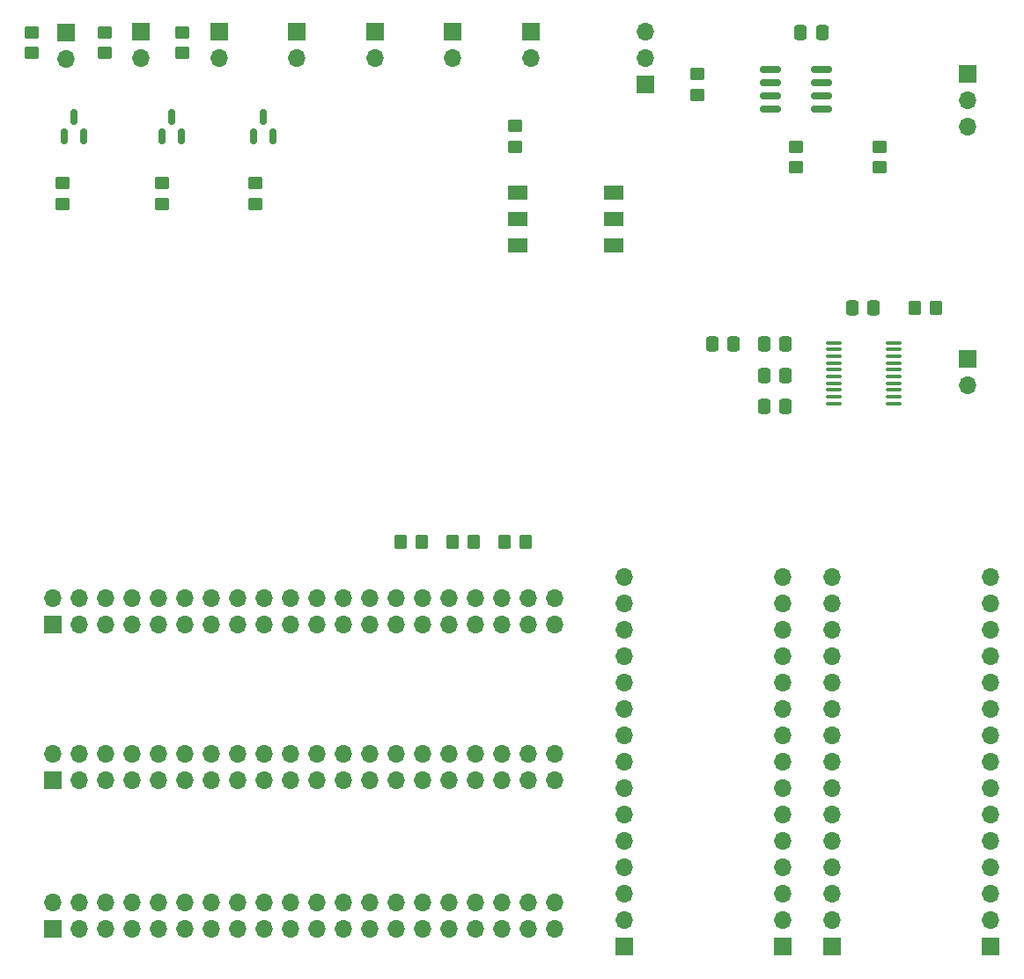
<source format=gts>
%TF.GenerationSoftware,KiCad,Pcbnew,(5.99.0-11144-gea0c162604)*%
%TF.CreationDate,2021-09-15T06:49:40-05:00*%
%TF.ProjectId,The-Force-V2,5468652d-466f-4726-9365-2d56322e6b69,rev?*%
%TF.SameCoordinates,Original*%
%TF.FileFunction,Soldermask,Top*%
%TF.FilePolarity,Negative*%
%FSLAX46Y46*%
G04 Gerber Fmt 4.6, Leading zero omitted, Abs format (unit mm)*
G04 Created by KiCad (PCBNEW (5.99.0-11144-gea0c162604)) date 2021-09-15 06:49:40*
%MOMM*%
%LPD*%
G01*
G04 APERTURE LIST*
G04 Aperture macros list*
%AMRoundRect*
0 Rectangle with rounded corners*
0 $1 Rounding radius*
0 $2 $3 $4 $5 $6 $7 $8 $9 X,Y pos of 4 corners*
0 Add a 4 corners polygon primitive as box body*
4,1,4,$2,$3,$4,$5,$6,$7,$8,$9,$2,$3,0*
0 Add four circle primitives for the rounded corners*
1,1,$1+$1,$2,$3*
1,1,$1+$1,$4,$5*
1,1,$1+$1,$6,$7*
1,1,$1+$1,$8,$9*
0 Add four rect primitives between the rounded corners*
20,1,$1+$1,$2,$3,$4,$5,0*
20,1,$1+$1,$4,$5,$6,$7,0*
20,1,$1+$1,$6,$7,$8,$9,0*
20,1,$1+$1,$8,$9,$2,$3,0*%
G04 Aperture macros list end*
%ADD10RoundRect,0.250000X0.450000X-0.350000X0.450000X0.350000X-0.450000X0.350000X-0.450000X-0.350000X0*%
%ADD11R,1.700000X1.700000*%
%ADD12O,1.700000X1.700000*%
%ADD13RoundRect,0.250000X-0.337500X-0.475000X0.337500X-0.475000X0.337500X0.475000X-0.337500X0.475000X0*%
%ADD14RoundRect,0.250000X-0.450000X0.350000X-0.450000X-0.350000X0.450000X-0.350000X0.450000X0.350000X0*%
%ADD15RoundRect,0.250000X0.337500X0.475000X-0.337500X0.475000X-0.337500X-0.475000X0.337500X-0.475000X0*%
%ADD16RoundRect,0.250000X-0.350000X-0.450000X0.350000X-0.450000X0.350000X0.450000X-0.350000X0.450000X0*%
%ADD17RoundRect,0.100000X-0.637500X-0.100000X0.637500X-0.100000X0.637500X0.100000X-0.637500X0.100000X0*%
%ADD18RoundRect,0.250000X0.350000X0.450000X-0.350000X0.450000X-0.350000X-0.450000X0.350000X-0.450000X0*%
%ADD19RoundRect,0.150000X0.150000X-0.587500X0.150000X0.587500X-0.150000X0.587500X-0.150000X-0.587500X0*%
%ADD20RoundRect,0.150000X-0.825000X-0.150000X0.825000X-0.150000X0.825000X0.150000X-0.825000X0.150000X0*%
%ADD21R,1.944599X1.345400*%
G04 APERTURE END LIST*
D10*
%TO.C,R5*%
X117500000Y-57000000D03*
X117500000Y-55000000D03*
%TD*%
D11*
%TO.C,J10*%
X162000000Y-60000000D03*
D12*
X162000000Y-57460000D03*
X162000000Y-54920000D03*
%TD*%
D11*
%TO.C,J17*%
X180000000Y-143000000D03*
D12*
X180000000Y-140460000D03*
X180000000Y-137920000D03*
X180000000Y-135380000D03*
X180000000Y-132840000D03*
X180000000Y-130300000D03*
X180000000Y-127760000D03*
X180000000Y-125220000D03*
X180000000Y-122680000D03*
X180000000Y-120140000D03*
X180000000Y-117600000D03*
X180000000Y-115060000D03*
X180000000Y-112520000D03*
X180000000Y-109980000D03*
X180000000Y-107440000D03*
%TD*%
D11*
%TO.C,J16*%
X175240000Y-143020000D03*
D12*
X175240000Y-140480000D03*
X175240000Y-137940000D03*
X175240000Y-135400000D03*
X175240000Y-132860000D03*
X175240000Y-130320000D03*
X175240000Y-127780000D03*
X175240000Y-125240000D03*
X175240000Y-122700000D03*
X175240000Y-120160000D03*
X175240000Y-117620000D03*
X175240000Y-115080000D03*
X175240000Y-112540000D03*
X175240000Y-110000000D03*
X175240000Y-107460000D03*
%TD*%
D13*
%TO.C,C1*%
X176925000Y-55000000D03*
X179000000Y-55000000D03*
%TD*%
D14*
%TO.C,R11*%
X167000000Y-59000000D03*
X167000000Y-61000000D03*
%TD*%
D10*
%TO.C,R2*%
X106000000Y-71500000D03*
X106000000Y-69500000D03*
%TD*%
D11*
%TO.C,J2*%
X105000000Y-127000000D03*
D12*
X105000000Y-124460000D03*
X107540000Y-127000000D03*
X107540000Y-124460000D03*
X110080000Y-127000000D03*
X110080000Y-124460000D03*
X112620000Y-127000000D03*
X112620000Y-124460000D03*
X115160000Y-127000000D03*
X115160000Y-124460000D03*
X117700000Y-127000000D03*
X117700000Y-124460000D03*
X120240000Y-127000000D03*
X120240000Y-124460000D03*
X122780000Y-127000000D03*
X122780000Y-124460000D03*
X125320000Y-127000000D03*
X125320000Y-124460000D03*
X127860000Y-127000000D03*
X127860000Y-124460000D03*
X130400000Y-127000000D03*
X130400000Y-124460000D03*
X132940000Y-127000000D03*
X132940000Y-124460000D03*
X135480000Y-127000000D03*
X135480000Y-124460000D03*
X138020000Y-127000000D03*
X138020000Y-124460000D03*
X140560000Y-127000000D03*
X140560000Y-124460000D03*
X143100000Y-127000000D03*
X143100000Y-124460000D03*
X145640000Y-127000000D03*
X145640000Y-124460000D03*
X148180000Y-127000000D03*
X148180000Y-124460000D03*
X150720000Y-127000000D03*
X150720000Y-124460000D03*
X153260000Y-127000000D03*
X153260000Y-124460000D03*
%TD*%
D13*
%TO.C,C6*%
X181900000Y-81500000D03*
X183975000Y-81500000D03*
%TD*%
D11*
%TO.C,J8*%
X136000000Y-54920000D03*
D12*
X136000000Y-57460000D03*
%TD*%
D10*
%TO.C,R3*%
X110000000Y-57000000D03*
X110000000Y-55000000D03*
%TD*%
%TO.C,R6*%
X124500000Y-71500000D03*
X124500000Y-69500000D03*
%TD*%
D15*
%TO.C,C5*%
X175500000Y-85000000D03*
X173425000Y-85000000D03*
%TD*%
D16*
%TO.C,R9*%
X143500000Y-104000000D03*
X145500000Y-104000000D03*
%TD*%
D11*
%TO.C,J3*%
X105000000Y-112000000D03*
D12*
X105000000Y-109460000D03*
X107540000Y-112000000D03*
X107540000Y-109460000D03*
X110080000Y-112000000D03*
X110080000Y-109460000D03*
X112620000Y-112000000D03*
X112620000Y-109460000D03*
X115160000Y-112000000D03*
X115160000Y-109460000D03*
X117700000Y-112000000D03*
X117700000Y-109460000D03*
X120240000Y-112000000D03*
X120240000Y-109460000D03*
X122780000Y-112000000D03*
X122780000Y-109460000D03*
X125320000Y-112000000D03*
X125320000Y-109460000D03*
X127860000Y-112000000D03*
X127860000Y-109460000D03*
X130400000Y-112000000D03*
X130400000Y-109460000D03*
X132940000Y-112000000D03*
X132940000Y-109460000D03*
X135480000Y-112000000D03*
X135480000Y-109460000D03*
X138020000Y-112000000D03*
X138020000Y-109460000D03*
X140560000Y-112000000D03*
X140560000Y-109460000D03*
X143100000Y-112000000D03*
X143100000Y-109460000D03*
X145640000Y-112000000D03*
X145640000Y-109460000D03*
X148180000Y-112000000D03*
X148180000Y-109460000D03*
X150720000Y-112000000D03*
X150720000Y-109460000D03*
X153260000Y-112000000D03*
X153260000Y-109460000D03*
%TD*%
D17*
%TO.C,U2*%
X180137500Y-84875000D03*
X180137500Y-85525000D03*
X180137500Y-86175000D03*
X180137500Y-86825000D03*
X180137500Y-87475000D03*
X180137500Y-88125000D03*
X180137500Y-88775000D03*
X180137500Y-89425000D03*
X180137500Y-90075000D03*
X180137500Y-90725000D03*
X185862500Y-90725000D03*
X185862500Y-90075000D03*
X185862500Y-89425000D03*
X185862500Y-88775000D03*
X185862500Y-88125000D03*
X185862500Y-87475000D03*
X185862500Y-86825000D03*
X185862500Y-86175000D03*
X185862500Y-85525000D03*
X185862500Y-84875000D03*
%TD*%
D18*
%TO.C,R12*%
X189950000Y-81500000D03*
X187950000Y-81500000D03*
%TD*%
D10*
%TO.C,R4*%
X115500000Y-71500000D03*
X115500000Y-69500000D03*
%TD*%
D11*
%TO.C,J5*%
X151000000Y-54920000D03*
D12*
X151000000Y-57460000D03*
%TD*%
D11*
%TO.C,J13*%
X121000000Y-54920000D03*
D12*
X121000000Y-57460000D03*
%TD*%
D13*
%TO.C,C2*%
X168425000Y-85000000D03*
X170500000Y-85000000D03*
%TD*%
D19*
%TO.C,Q2*%
X115500000Y-65000000D03*
X117400000Y-65000000D03*
X116450000Y-63125000D03*
%TD*%
D11*
%TO.C,J9*%
X143500000Y-54920000D03*
D12*
X143500000Y-57460000D03*
%TD*%
D10*
%TO.C,R1*%
X103000000Y-57000000D03*
X103000000Y-55000000D03*
%TD*%
D11*
%TO.C,J12*%
X113500000Y-54920000D03*
D12*
X113500000Y-57460000D03*
%TD*%
D11*
%TO.C,J15*%
X160000000Y-143020000D03*
D12*
X160000000Y-140480000D03*
X160000000Y-137940000D03*
X160000000Y-135400000D03*
X160000000Y-132860000D03*
X160000000Y-130320000D03*
X160000000Y-127780000D03*
X160000000Y-125240000D03*
X160000000Y-122700000D03*
X160000000Y-120160000D03*
X160000000Y-117620000D03*
X160000000Y-115080000D03*
X160000000Y-112540000D03*
X160000000Y-110000000D03*
X160000000Y-107460000D03*
%TD*%
D11*
%TO.C,J4*%
X193000000Y-59000000D03*
D12*
X193000000Y-61540000D03*
X193000000Y-64080000D03*
%TD*%
D19*
%TO.C,Q3*%
X124300000Y-65000000D03*
X126200000Y-65000000D03*
X125250000Y-63125000D03*
%TD*%
D13*
%TO.C,C3*%
X173425000Y-88000000D03*
X175500000Y-88000000D03*
%TD*%
D11*
%TO.C,J1*%
X105000000Y-141275000D03*
D12*
X105000000Y-138735000D03*
X107540000Y-141275000D03*
X107540000Y-138735000D03*
X110080000Y-141275000D03*
X110080000Y-138735000D03*
X112620000Y-141275000D03*
X112620000Y-138735000D03*
X115160000Y-141275000D03*
X115160000Y-138735000D03*
X117700000Y-141275000D03*
X117700000Y-138735000D03*
X120240000Y-141275000D03*
X120240000Y-138735000D03*
X122780000Y-141275000D03*
X122780000Y-138735000D03*
X125320000Y-141275000D03*
X125320000Y-138735000D03*
X127860000Y-141275000D03*
X127860000Y-138735000D03*
X130400000Y-141275000D03*
X130400000Y-138735000D03*
X132940000Y-141275000D03*
X132940000Y-138735000D03*
X135480000Y-141275000D03*
X135480000Y-138735000D03*
X138020000Y-141275000D03*
X138020000Y-138735000D03*
X140560000Y-141275000D03*
X140560000Y-138735000D03*
X143100000Y-141275000D03*
X143100000Y-138735000D03*
X145640000Y-141275000D03*
X145640000Y-138735000D03*
X148180000Y-141275000D03*
X148180000Y-138735000D03*
X150720000Y-141275000D03*
X150720000Y-138735000D03*
X153260000Y-141275000D03*
X153260000Y-138735000D03*
%TD*%
D14*
%TO.C,R14*%
X176500000Y-66000000D03*
X176500000Y-68000000D03*
%TD*%
D20*
%TO.C,U1*%
X174025000Y-58595000D03*
X174025000Y-59865000D03*
X174025000Y-61135000D03*
X174025000Y-62405000D03*
X178975000Y-62405000D03*
X178975000Y-61135000D03*
X178975000Y-59865000D03*
X178975000Y-58595000D03*
%TD*%
D16*
%TO.C,R8*%
X138500000Y-104000000D03*
X140500000Y-104000000D03*
%TD*%
%TO.C,R10*%
X148500000Y-104000000D03*
X150500000Y-104000000D03*
%TD*%
D19*
%TO.C,Q1*%
X106100000Y-65000000D03*
X108000000Y-65000000D03*
X107050000Y-63125000D03*
%TD*%
D11*
%TO.C,J7*%
X128500000Y-54920000D03*
D12*
X128500000Y-57460000D03*
%TD*%
D11*
%TO.C,J6*%
X193000000Y-86460000D03*
D12*
X193000000Y-89000000D03*
%TD*%
D13*
%TO.C,C4*%
X173425000Y-91000000D03*
X175500000Y-91000000D03*
%TD*%
D14*
%TO.C,R7*%
X149500000Y-64000000D03*
X149500000Y-66000000D03*
%TD*%
D11*
%TO.C,J14*%
X195240000Y-142970000D03*
D12*
X195240000Y-140430000D03*
X195240000Y-137890000D03*
X195240000Y-135350000D03*
X195240000Y-132810000D03*
X195240000Y-130270000D03*
X195240000Y-127730000D03*
X195240000Y-125190000D03*
X195240000Y-122650000D03*
X195240000Y-120110000D03*
X195240000Y-117570000D03*
X195240000Y-115030000D03*
X195240000Y-112490000D03*
X195240000Y-109950000D03*
X195240000Y-107410000D03*
%TD*%
D11*
%TO.C,J11*%
X106270000Y-55027500D03*
D12*
X106270000Y-57567500D03*
%TD*%
D14*
%TO.C,R13*%
X184500000Y-66000000D03*
X184500000Y-68000000D03*
%TD*%
D21*
%TO.C,TR1*%
X149779800Y-70460000D03*
X149779800Y-73000000D03*
X149779800Y-75540000D03*
X159000000Y-75540000D03*
X159000000Y-73000000D03*
X159000000Y-70460000D03*
%TD*%
M02*

</source>
